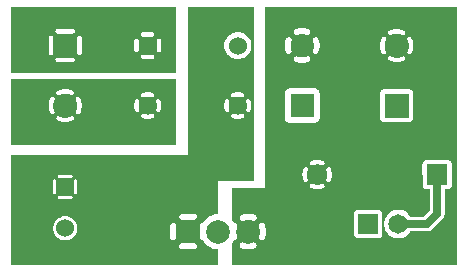
<source format=gbr>
G04 start of page 2 for group 0 idx 0 *
G04 Title: (unknown), component *
G04 Creator: pcb 20140316 *
G04 CreationDate: Fri 22 Jan 2016 05:15:40 PM GMT UTC *
G04 For: ndholmes *
G04 Format: Gerber/RS-274X *
G04 PCB-Dimensions (mil): 1550.00 900.00 *
G04 PCB-Coordinate-Origin: lower left *
%MOIN*%
%FSLAX25Y25*%
%LNTOP*%
%ADD24C,0.0430*%
%ADD23C,0.0450*%
%ADD22C,0.0380*%
%ADD21C,0.0480*%
%ADD20C,0.0300*%
%ADD19C,0.0280*%
%ADD18C,0.0650*%
%ADD17C,0.0787*%
%ADD16C,0.0680*%
%ADD15C,0.0800*%
%ADD14C,0.0770*%
%ADD13C,0.0600*%
%ADD12C,0.0250*%
%ADD11C,0.0001*%
G54D11*G36*
X52613Y64000D02*X58500D01*
Y42000D01*
X52613D01*
Y52853D01*
X52656Y52860D01*
X52768Y52897D01*
X52873Y52952D01*
X52968Y53022D01*
X53051Y53106D01*
X53119Y53202D01*
X53170Y53308D01*
X53318Y53716D01*
X53422Y54137D01*
X53484Y54567D01*
X53505Y55000D01*
X53484Y55433D01*
X53422Y55863D01*
X53318Y56284D01*
X53175Y56694D01*
X53122Y56800D01*
X53053Y56896D01*
X52970Y56981D01*
X52875Y57051D01*
X52769Y57106D01*
X52657Y57143D01*
X52613Y57151D01*
Y64000D01*
G37*
G36*
X49002D02*X52613D01*
Y57151D01*
X52540Y57163D01*
X52421Y57164D01*
X52304Y57146D01*
X52191Y57110D01*
X52085Y57057D01*
X51988Y56988D01*
X51904Y56905D01*
X51833Y56809D01*
X51779Y56704D01*
X51741Y56592D01*
X51722Y56475D01*
X51721Y56356D01*
X51739Y56239D01*
X51777Y56126D01*
X51876Y55855D01*
X51944Y55575D01*
X51986Y55289D01*
X52000Y55000D01*
X51986Y54711D01*
X51944Y54425D01*
X51876Y54145D01*
X51780Y53872D01*
X51742Y53761D01*
X51725Y53644D01*
X51725Y53526D01*
X51745Y53409D01*
X51782Y53297D01*
X51836Y53193D01*
X51906Y53098D01*
X51991Y53015D01*
X52087Y52946D01*
X52192Y52893D01*
X52305Y52857D01*
X52421Y52840D01*
X52539Y52841D01*
X52613Y52853D01*
Y42000D01*
X49002D01*
Y50495D01*
X49433Y50516D01*
X49863Y50578D01*
X50284Y50682D01*
X50694Y50825D01*
X50800Y50878D01*
X50896Y50947D01*
X50981Y51030D01*
X51051Y51125D01*
X51106Y51231D01*
X51143Y51343D01*
X51163Y51460D01*
X51164Y51579D01*
X51146Y51696D01*
X51110Y51809D01*
X51057Y51915D01*
X50988Y52012D01*
X50905Y52096D01*
X50809Y52167D01*
X50704Y52221D01*
X50592Y52259D01*
X50475Y52278D01*
X50356Y52279D01*
X50239Y52261D01*
X50126Y52223D01*
X49855Y52124D01*
X49575Y52056D01*
X49289Y52014D01*
X49002Y52000D01*
Y58000D01*
X49289Y57986D01*
X49575Y57944D01*
X49855Y57876D01*
X50128Y57780D01*
X50239Y57742D01*
X50356Y57725D01*
X50474Y57725D01*
X50591Y57745D01*
X50703Y57782D01*
X50807Y57836D01*
X50902Y57906D01*
X50985Y57991D01*
X51054Y58087D01*
X51107Y58192D01*
X51143Y58305D01*
X51160Y58421D01*
X51159Y58539D01*
X51140Y58656D01*
X51103Y58768D01*
X51048Y58873D01*
X50978Y58968D01*
X50894Y59051D01*
X50798Y59119D01*
X50692Y59170D01*
X50284Y59318D01*
X49863Y59422D01*
X49433Y59484D01*
X49002Y59505D01*
Y64000D01*
G37*
G36*
X45387D02*X49002D01*
Y59505D01*
X49000Y59505D01*
X48567Y59484D01*
X48137Y59422D01*
X47716Y59318D01*
X47306Y59175D01*
X47200Y59122D01*
X47104Y59053D01*
X47019Y58970D01*
X46949Y58875D01*
X46894Y58769D01*
X46857Y58657D01*
X46837Y58540D01*
X46836Y58421D01*
X46854Y58304D01*
X46890Y58191D01*
X46943Y58085D01*
X47012Y57988D01*
X47095Y57904D01*
X47191Y57833D01*
X47296Y57779D01*
X47408Y57741D01*
X47525Y57722D01*
X47644Y57721D01*
X47761Y57739D01*
X47874Y57777D01*
X48145Y57876D01*
X48425Y57944D01*
X48711Y57986D01*
X49000Y58000D01*
X49002Y58000D01*
Y52000D01*
X49000Y52000D01*
X48711Y52014D01*
X48425Y52056D01*
X48145Y52124D01*
X47872Y52220D01*
X47761Y52258D01*
X47644Y52275D01*
X47526Y52275D01*
X47409Y52255D01*
X47297Y52218D01*
X47193Y52164D01*
X47098Y52094D01*
X47015Y52009D01*
X46946Y51913D01*
X46893Y51808D01*
X46857Y51695D01*
X46840Y51579D01*
X46841Y51461D01*
X46860Y51344D01*
X46897Y51232D01*
X46952Y51127D01*
X47022Y51032D01*
X47106Y50949D01*
X47202Y50881D01*
X47308Y50830D01*
X47716Y50682D01*
X48137Y50578D01*
X48567Y50516D01*
X49000Y50495D01*
X49002Y50495D01*
Y42000D01*
X45387D01*
Y52849D01*
X45460Y52837D01*
X45579Y52836D01*
X45696Y52854D01*
X45809Y52890D01*
X45915Y52943D01*
X46012Y53012D01*
X46096Y53095D01*
X46167Y53191D01*
X46221Y53296D01*
X46259Y53408D01*
X46278Y53525D01*
X46279Y53644D01*
X46261Y53761D01*
X46223Y53874D01*
X46124Y54145D01*
X46056Y54425D01*
X46014Y54711D01*
X46000Y55000D01*
X46014Y55289D01*
X46056Y55575D01*
X46124Y55855D01*
X46220Y56128D01*
X46258Y56239D01*
X46275Y56356D01*
X46275Y56474D01*
X46255Y56591D01*
X46218Y56703D01*
X46164Y56807D01*
X46094Y56902D01*
X46009Y56985D01*
X45913Y57054D01*
X45808Y57107D01*
X45695Y57143D01*
X45579Y57160D01*
X45461Y57159D01*
X45387Y57147D01*
Y64000D01*
G37*
G36*
X25993D02*X45387D01*
Y57147D01*
X45344Y57140D01*
X45232Y57103D01*
X45127Y57048D01*
X45032Y56978D01*
X44949Y56894D01*
X44881Y56798D01*
X44830Y56692D01*
X44682Y56284D01*
X44578Y55863D01*
X44516Y55433D01*
X44495Y55000D01*
X44516Y54567D01*
X44578Y54137D01*
X44682Y53716D01*
X44825Y53306D01*
X44878Y53200D01*
X44947Y53104D01*
X45030Y53019D01*
X45125Y52949D01*
X45231Y52894D01*
X45343Y52857D01*
X45387Y52849D01*
Y42000D01*
X25993D01*
Y52145D01*
X26078Y52181D01*
X26179Y52243D01*
X26269Y52319D01*
X26345Y52409D01*
X26405Y52511D01*
X26622Y52980D01*
X26789Y53469D01*
X26909Y53972D01*
X26982Y54484D01*
X27006Y55000D01*
X26982Y55516D01*
X26909Y56028D01*
X26789Y56531D01*
X26622Y57020D01*
X26410Y57492D01*
X26349Y57593D01*
X26272Y57684D01*
X26182Y57761D01*
X26080Y57823D01*
X25993Y57860D01*
Y64000D01*
G37*
G36*
X21502D02*X25993D01*
Y57860D01*
X25971Y57869D01*
X25855Y57897D01*
X25737Y57906D01*
X25619Y57897D01*
X25503Y57870D01*
X25393Y57824D01*
X25292Y57762D01*
X25202Y57686D01*
X25124Y57595D01*
X25062Y57494D01*
X25016Y57385D01*
X24989Y57269D01*
X24979Y57151D01*
X24988Y57032D01*
X25016Y56917D01*
X25063Y56808D01*
X25221Y56468D01*
X25342Y56112D01*
X25430Y55747D01*
X25482Y55375D01*
X25500Y55000D01*
X25482Y54625D01*
X25430Y54253D01*
X25342Y53888D01*
X25221Y53532D01*
X25067Y53190D01*
X25020Y53082D01*
X24993Y52967D01*
X24983Y52849D01*
X24993Y52732D01*
X25021Y52617D01*
X25066Y52508D01*
X25128Y52407D01*
X25205Y52318D01*
X25295Y52241D01*
X25395Y52180D01*
X25504Y52135D01*
X25619Y52107D01*
X25737Y52098D01*
X25855Y52108D01*
X25969Y52135D01*
X25993Y52145D01*
Y42000D01*
X21502D01*
Y49494D01*
X22016Y49518D01*
X22528Y49591D01*
X23031Y49711D01*
X23520Y49878D01*
X23992Y50090D01*
X24093Y50151D01*
X24184Y50228D01*
X24261Y50318D01*
X24323Y50420D01*
X24369Y50529D01*
X24397Y50645D01*
X24406Y50763D01*
X24397Y50881D01*
X24370Y50997D01*
X24324Y51107D01*
X24262Y51208D01*
X24186Y51298D01*
X24095Y51376D01*
X23994Y51438D01*
X23885Y51484D01*
X23769Y51511D01*
X23651Y51521D01*
X23532Y51512D01*
X23417Y51484D01*
X23308Y51437D01*
X22968Y51279D01*
X22612Y51158D01*
X22247Y51070D01*
X21875Y51018D01*
X21502Y51000D01*
Y59000D01*
X21875Y58982D01*
X22247Y58930D01*
X22612Y58842D01*
X22968Y58721D01*
X23310Y58567D01*
X23418Y58520D01*
X23533Y58493D01*
X23651Y58483D01*
X23768Y58493D01*
X23883Y58521D01*
X23992Y58566D01*
X24093Y58628D01*
X24182Y58705D01*
X24259Y58795D01*
X24320Y58895D01*
X24365Y59004D01*
X24393Y59119D01*
X24402Y59237D01*
X24392Y59355D01*
X24365Y59469D01*
X24319Y59578D01*
X24257Y59679D01*
X24181Y59769D01*
X24091Y59845D01*
X23989Y59905D01*
X23520Y60122D01*
X23031Y60289D01*
X22528Y60409D01*
X22016Y60482D01*
X21502Y60506D01*
Y64000D01*
G37*
G36*
X17007D02*X21502D01*
Y60506D01*
X21500Y60506D01*
X20984Y60482D01*
X20472Y60409D01*
X19969Y60289D01*
X19480Y60122D01*
X19008Y59910D01*
X18907Y59849D01*
X18816Y59772D01*
X18739Y59682D01*
X18677Y59580D01*
X18631Y59471D01*
X18603Y59355D01*
X18594Y59237D01*
X18603Y59119D01*
X18630Y59003D01*
X18676Y58893D01*
X18738Y58792D01*
X18814Y58702D01*
X18905Y58624D01*
X19006Y58562D01*
X19115Y58516D01*
X19231Y58489D01*
X19349Y58479D01*
X19468Y58488D01*
X19583Y58516D01*
X19692Y58563D01*
X20032Y58721D01*
X20388Y58842D01*
X20753Y58930D01*
X21125Y58982D01*
X21500Y59000D01*
X21502Y59000D01*
Y51000D01*
X21500Y51000D01*
X21125Y51018D01*
X20753Y51070D01*
X20388Y51158D01*
X20032Y51279D01*
X19690Y51433D01*
X19582Y51480D01*
X19467Y51507D01*
X19349Y51517D01*
X19232Y51507D01*
X19117Y51479D01*
X19008Y51434D01*
X18907Y51372D01*
X18818Y51295D01*
X18741Y51205D01*
X18680Y51105D01*
X18635Y50996D01*
X18607Y50881D01*
X18598Y50763D01*
X18608Y50645D01*
X18635Y50531D01*
X18681Y50422D01*
X18743Y50321D01*
X18819Y50231D01*
X18909Y50155D01*
X19011Y50095D01*
X19480Y49878D01*
X19969Y49711D01*
X20472Y49591D01*
X20984Y49518D01*
X21500Y49494D01*
X21502Y49494D01*
Y42000D01*
X17007D01*
Y52140D01*
X17029Y52131D01*
X17145Y52103D01*
X17263Y52094D01*
X17381Y52103D01*
X17497Y52130D01*
X17607Y52176D01*
X17708Y52238D01*
X17798Y52314D01*
X17876Y52405D01*
X17938Y52506D01*
X17984Y52615D01*
X18011Y52731D01*
X18021Y52849D01*
X18012Y52968D01*
X17984Y53083D01*
X17937Y53192D01*
X17779Y53532D01*
X17658Y53888D01*
X17570Y54253D01*
X17518Y54625D01*
X17500Y55000D01*
X17518Y55375D01*
X17570Y55747D01*
X17658Y56112D01*
X17779Y56468D01*
X17933Y56810D01*
X17980Y56918D01*
X18007Y57033D01*
X18017Y57151D01*
X18007Y57268D01*
X17979Y57383D01*
X17934Y57492D01*
X17872Y57593D01*
X17795Y57682D01*
X17705Y57759D01*
X17605Y57820D01*
X17496Y57865D01*
X17381Y57893D01*
X17263Y57902D01*
X17145Y57892D01*
X17031Y57865D01*
X17007Y57855D01*
Y64000D01*
G37*
G36*
X3500D02*X17007D01*
Y57855D01*
X16922Y57819D01*
X16821Y57757D01*
X16731Y57681D01*
X16655Y57591D01*
X16595Y57489D01*
X16378Y57020D01*
X16211Y56531D01*
X16091Y56028D01*
X16018Y55516D01*
X15994Y55000D01*
X16018Y54484D01*
X16091Y53972D01*
X16211Y53469D01*
X16378Y52980D01*
X16590Y52508D01*
X16651Y52407D01*
X16728Y52316D01*
X16818Y52239D01*
X16920Y52177D01*
X17007Y52140D01*
Y42000D01*
X3500D01*
Y64000D01*
G37*
G36*
X52750Y88000D02*X58500D01*
Y66000D01*
X52750D01*
Y72748D01*
X52868Y72757D01*
X52982Y72785D01*
X53092Y72830D01*
X53192Y72891D01*
X53282Y72968D01*
X53359Y73058D01*
X53420Y73158D01*
X53465Y73268D01*
X53493Y73382D01*
X53500Y73500D01*
Y76500D01*
X53493Y76618D01*
X53465Y76732D01*
X53420Y76842D01*
X53359Y76942D01*
X53282Y77032D01*
X53192Y77109D01*
X53092Y77170D01*
X52982Y77215D01*
X52868Y77243D01*
X52750Y77252D01*
Y88000D01*
G37*
G36*
X49000D02*X52750D01*
Y77252D01*
X52632Y77243D01*
X52518Y77215D01*
X52408Y77170D01*
X52308Y77109D01*
X52218Y77032D01*
X52141Y76942D01*
X52080Y76842D01*
X52035Y76732D01*
X52007Y76618D01*
X52000Y76500D01*
Y73500D01*
X52007Y73382D01*
X52035Y73268D01*
X52080Y73158D01*
X52141Y73058D01*
X52218Y72968D01*
X52308Y72891D01*
X52408Y72830D01*
X52518Y72785D01*
X52632Y72757D01*
X52750Y72748D01*
Y66000D01*
X49000D01*
Y70500D01*
X50500D01*
X50618Y70507D01*
X50732Y70535D01*
X50842Y70580D01*
X50942Y70641D01*
X51032Y70718D01*
X51109Y70808D01*
X51170Y70908D01*
X51215Y71018D01*
X51243Y71132D01*
X51252Y71250D01*
X51243Y71368D01*
X51215Y71482D01*
X51170Y71592D01*
X51109Y71692D01*
X51032Y71782D01*
X50942Y71859D01*
X50842Y71920D01*
X50732Y71965D01*
X50618Y71993D01*
X50500Y72000D01*
X49000D01*
Y78000D01*
X50500D01*
X50618Y78007D01*
X50732Y78035D01*
X50842Y78080D01*
X50942Y78141D01*
X51032Y78218D01*
X51109Y78308D01*
X51170Y78408D01*
X51215Y78518D01*
X51243Y78632D01*
X51252Y78750D01*
X51243Y78868D01*
X51215Y78982D01*
X51170Y79092D01*
X51109Y79192D01*
X51032Y79282D01*
X50942Y79359D01*
X50842Y79420D01*
X50732Y79465D01*
X50618Y79493D01*
X50500Y79500D01*
X49000D01*
Y88000D01*
G37*
G36*
X45250D02*X49000D01*
Y79500D01*
X47500D01*
X47382Y79493D01*
X47268Y79465D01*
X47158Y79420D01*
X47058Y79359D01*
X46968Y79282D01*
X46891Y79192D01*
X46830Y79092D01*
X46785Y78982D01*
X46757Y78868D01*
X46748Y78750D01*
X46757Y78632D01*
X46785Y78518D01*
X46830Y78408D01*
X46891Y78308D01*
X46968Y78218D01*
X47058Y78141D01*
X47158Y78080D01*
X47268Y78035D01*
X47382Y78007D01*
X47500Y78000D01*
X49000D01*
Y72000D01*
X47500D01*
X47382Y71993D01*
X47268Y71965D01*
X47158Y71920D01*
X47058Y71859D01*
X46968Y71782D01*
X46891Y71692D01*
X46830Y71592D01*
X46785Y71482D01*
X46757Y71368D01*
X46748Y71250D01*
X46757Y71132D01*
X46785Y71018D01*
X46830Y70908D01*
X46891Y70808D01*
X46968Y70718D01*
X47058Y70641D01*
X47158Y70580D01*
X47268Y70535D01*
X47382Y70507D01*
X47500Y70500D01*
X49000D01*
Y66000D01*
X45250D01*
Y72748D01*
X45368Y72757D01*
X45482Y72785D01*
X45592Y72830D01*
X45692Y72891D01*
X45782Y72968D01*
X45859Y73058D01*
X45920Y73158D01*
X45965Y73268D01*
X45993Y73382D01*
X46000Y73500D01*
Y76500D01*
X45993Y76618D01*
X45965Y76732D01*
X45920Y76842D01*
X45859Y76942D01*
X45782Y77032D01*
X45692Y77109D01*
X45592Y77170D01*
X45482Y77215D01*
X45368Y77243D01*
X45250Y77252D01*
Y88000D01*
G37*
G36*
X26250D02*X45250D01*
Y77252D01*
X45132Y77243D01*
X45018Y77215D01*
X44908Y77170D01*
X44808Y77109D01*
X44718Y77032D01*
X44641Y76942D01*
X44580Y76842D01*
X44535Y76732D01*
X44507Y76618D01*
X44500Y76500D01*
Y73500D01*
X44507Y73382D01*
X44535Y73268D01*
X44580Y73158D01*
X44641Y73058D01*
X44718Y72968D01*
X44808Y72891D01*
X44908Y72830D01*
X45018Y72785D01*
X45132Y72757D01*
X45250Y72748D01*
Y66000D01*
X26250D01*
Y71748D01*
X26368Y71757D01*
X26482Y71785D01*
X26592Y71830D01*
X26692Y71891D01*
X26782Y71968D01*
X26859Y72058D01*
X26920Y72158D01*
X26965Y72268D01*
X26993Y72382D01*
X27000Y72500D01*
Y77500D01*
X26993Y77618D01*
X26965Y77732D01*
X26920Y77842D01*
X26859Y77942D01*
X26782Y78032D01*
X26692Y78109D01*
X26592Y78170D01*
X26482Y78215D01*
X26368Y78243D01*
X26250Y78252D01*
Y88000D01*
G37*
G36*
X21500D02*X26250D01*
Y78252D01*
X26132Y78243D01*
X26018Y78215D01*
X25908Y78170D01*
X25808Y78109D01*
X25718Y78032D01*
X25641Y77942D01*
X25580Y77842D01*
X25535Y77732D01*
X25507Y77618D01*
X25500Y77500D01*
Y72500D01*
X25507Y72382D01*
X25535Y72268D01*
X25580Y72158D01*
X25641Y72058D01*
X25718Y71968D01*
X25808Y71891D01*
X25908Y71830D01*
X26018Y71785D01*
X26132Y71757D01*
X26250Y71748D01*
Y66000D01*
X21500D01*
Y69500D01*
X24000D01*
X24118Y69507D01*
X24232Y69535D01*
X24342Y69580D01*
X24442Y69641D01*
X24532Y69718D01*
X24609Y69808D01*
X24670Y69908D01*
X24715Y70018D01*
X24743Y70132D01*
X24752Y70250D01*
X24743Y70368D01*
X24715Y70482D01*
X24670Y70592D01*
X24609Y70692D01*
X24532Y70782D01*
X24442Y70859D01*
X24342Y70920D01*
X24232Y70965D01*
X24118Y70993D01*
X24000Y71000D01*
X21500D01*
Y79000D01*
X24000D01*
X24118Y79007D01*
X24232Y79035D01*
X24342Y79080D01*
X24442Y79141D01*
X24532Y79218D01*
X24609Y79308D01*
X24670Y79408D01*
X24715Y79518D01*
X24743Y79632D01*
X24752Y79750D01*
X24743Y79868D01*
X24715Y79982D01*
X24670Y80092D01*
X24609Y80192D01*
X24532Y80282D01*
X24442Y80359D01*
X24342Y80420D01*
X24232Y80465D01*
X24118Y80493D01*
X24000Y80500D01*
X21500D01*
Y88000D01*
G37*
G36*
X16750D02*X21500D01*
Y80500D01*
X19000D01*
X18882Y80493D01*
X18768Y80465D01*
X18658Y80420D01*
X18558Y80359D01*
X18468Y80282D01*
X18391Y80192D01*
X18330Y80092D01*
X18285Y79982D01*
X18257Y79868D01*
X18248Y79750D01*
X18257Y79632D01*
X18285Y79518D01*
X18330Y79408D01*
X18391Y79308D01*
X18468Y79218D01*
X18558Y79141D01*
X18658Y79080D01*
X18768Y79035D01*
X18882Y79007D01*
X19000Y79000D01*
X21500D01*
Y71000D01*
X19000D01*
X18882Y70993D01*
X18768Y70965D01*
X18658Y70920D01*
X18558Y70859D01*
X18468Y70782D01*
X18391Y70692D01*
X18330Y70592D01*
X18285Y70482D01*
X18257Y70368D01*
X18248Y70250D01*
X18257Y70132D01*
X18285Y70018D01*
X18330Y69908D01*
X18391Y69808D01*
X18468Y69718D01*
X18558Y69641D01*
X18658Y69580D01*
X18768Y69535D01*
X18882Y69507D01*
X19000Y69500D01*
X21500D01*
Y66000D01*
X16750D01*
Y71748D01*
X16868Y71757D01*
X16982Y71785D01*
X17092Y71830D01*
X17192Y71891D01*
X17282Y71968D01*
X17359Y72058D01*
X17420Y72158D01*
X17465Y72268D01*
X17493Y72382D01*
X17500Y72500D01*
Y77500D01*
X17493Y77618D01*
X17465Y77732D01*
X17420Y77842D01*
X17359Y77942D01*
X17282Y78032D01*
X17192Y78109D01*
X17092Y78170D01*
X16982Y78215D01*
X16868Y78243D01*
X16750Y78252D01*
Y88000D01*
G37*
G36*
X3500D02*X16750D01*
Y78252D01*
X16632Y78243D01*
X16518Y78215D01*
X16408Y78170D01*
X16308Y78109D01*
X16218Y78032D01*
X16141Y77942D01*
X16080Y77842D01*
X16035Y77732D01*
X16007Y77618D01*
X16000Y77500D01*
Y72500D01*
X16007Y72382D01*
X16035Y72268D01*
X16080Y72158D01*
X16141Y72058D01*
X16218Y71968D01*
X16308Y71891D01*
X16408Y71830D01*
X16518Y71785D01*
X16632Y71757D01*
X16750Y71748D01*
Y66000D01*
X3500D01*
Y88000D01*
G37*
G36*
X62500Y38500D02*X72500D01*
Y18955D01*
X71568Y18882D01*
X70660Y18664D01*
X69796Y18306D01*
X69000Y17818D01*
X68289Y17211D01*
X67682Y16500D01*
X67334Y15932D01*
X67280Y15928D01*
X67127Y15891D01*
X66982Y15831D01*
X66847Y15749D01*
X66728Y15646D01*
X66625Y15527D01*
X66543Y15392D01*
X66483Y15247D01*
X66446Y15094D01*
X66437Y14937D01*
Y11063D01*
X66446Y10906D01*
X66483Y10753D01*
X66543Y10608D01*
X66625Y10473D01*
X66728Y10354D01*
X66847Y10251D01*
X66982Y10169D01*
X67127Y10109D01*
X67280Y10072D01*
X67334Y10068D01*
X67682Y9500D01*
X68289Y8789D01*
X69000Y8182D01*
X69796Y7694D01*
X70660Y7336D01*
X71568Y7118D01*
X72500Y7045D01*
Y2000D01*
X62500D01*
Y7063D01*
X64437D01*
X64594Y7072D01*
X64747Y7109D01*
X64892Y7169D01*
X65027Y7251D01*
X65146Y7354D01*
X65249Y7473D01*
X65331Y7608D01*
X65391Y7753D01*
X65428Y7906D01*
X65440Y8063D01*
X65428Y8220D01*
X65391Y8373D01*
X65331Y8518D01*
X65249Y8653D01*
X65146Y8772D01*
X65027Y8875D01*
X64892Y8957D01*
X64747Y9017D01*
X64594Y9054D01*
X64437Y9063D01*
X62500D01*
Y16937D01*
X64437D01*
X64594Y16946D01*
X64747Y16983D01*
X64892Y17043D01*
X65027Y17125D01*
X65146Y17228D01*
X65249Y17347D01*
X65331Y17482D01*
X65391Y17627D01*
X65428Y17780D01*
X65440Y17937D01*
X65428Y18094D01*
X65391Y18247D01*
X65331Y18392D01*
X65249Y18527D01*
X65146Y18646D01*
X65027Y18749D01*
X64892Y18831D01*
X64747Y18891D01*
X64594Y18928D01*
X64437Y18937D01*
X62500D01*
Y38500D01*
G37*
G36*
X57563D02*X62500D01*
Y18937D01*
X60563D01*
X60406Y18928D01*
X60253Y18891D01*
X60108Y18831D01*
X59973Y18749D01*
X59854Y18646D01*
X59751Y18527D01*
X59669Y18392D01*
X59609Y18247D01*
X59572Y18094D01*
X59560Y17937D01*
X59572Y17780D01*
X59609Y17627D01*
X59669Y17482D01*
X59751Y17347D01*
X59854Y17228D01*
X59973Y17125D01*
X60108Y17043D01*
X60253Y16983D01*
X60406Y16946D01*
X60563Y16937D01*
X62500D01*
Y9063D01*
X60563D01*
X60406Y9054D01*
X60253Y9017D01*
X60108Y8957D01*
X59973Y8875D01*
X59854Y8772D01*
X59751Y8653D01*
X59669Y8518D01*
X59609Y8373D01*
X59572Y8220D01*
X59560Y8063D01*
X59572Y7906D01*
X59609Y7753D01*
X59669Y7608D01*
X59751Y7473D01*
X59854Y7354D01*
X59973Y7251D01*
X60108Y7169D01*
X60253Y7109D01*
X60406Y7072D01*
X60563Y7063D01*
X62500D01*
Y2000D01*
X57563D01*
Y10060D01*
X57720Y10072D01*
X57873Y10109D01*
X58018Y10169D01*
X58153Y10251D01*
X58272Y10354D01*
X58375Y10473D01*
X58457Y10608D01*
X58517Y10753D01*
X58554Y10906D01*
X58563Y11063D01*
Y14937D01*
X58554Y15094D01*
X58517Y15247D01*
X58457Y15392D01*
X58375Y15527D01*
X58272Y15646D01*
X58153Y15749D01*
X58018Y15831D01*
X57873Y15891D01*
X57720Y15928D01*
X57563Y15940D01*
Y38500D01*
G37*
G36*
X25000D02*X57563D01*
Y15940D01*
X57406Y15928D01*
X57253Y15891D01*
X57108Y15831D01*
X56973Y15749D01*
X56854Y15646D01*
X56751Y15527D01*
X56669Y15392D01*
X56609Y15247D01*
X56572Y15094D01*
X56563Y14937D01*
Y11063D01*
X56572Y10906D01*
X56609Y10753D01*
X56669Y10608D01*
X56751Y10473D01*
X56854Y10354D01*
X56973Y10251D01*
X57108Y10169D01*
X57253Y10109D01*
X57406Y10072D01*
X57563Y10060D01*
Y2000D01*
X25000D01*
Y12156D01*
X25075Y12278D01*
X25316Y12860D01*
X25463Y13472D01*
X25500Y14100D01*
X25463Y14728D01*
X25316Y15340D01*
X25075Y15922D01*
X25000Y16044D01*
Y25398D01*
X25078Y25405D01*
X25155Y25423D01*
X25228Y25453D01*
X25295Y25494D01*
X25355Y25545D01*
X25406Y25605D01*
X25447Y25672D01*
X25477Y25745D01*
X25495Y25822D01*
X25500Y25900D01*
Y29900D01*
X25495Y29978D01*
X25477Y30055D01*
X25447Y30128D01*
X25406Y30195D01*
X25355Y30255D01*
X25295Y30306D01*
X25228Y30347D01*
X25155Y30377D01*
X25078Y30395D01*
X25000Y30402D01*
Y38500D01*
G37*
G36*
Y2000D02*X21500D01*
Y10088D01*
X22128Y10137D01*
X22740Y10284D01*
X23322Y10525D01*
X23858Y10854D01*
X24337Y11263D01*
X24746Y11742D01*
X25000Y12156D01*
Y2000D01*
G37*
G36*
X21500Y38500D02*X25000D01*
Y30402D01*
X24922Y30395D01*
X24845Y30377D01*
X24772Y30347D01*
X24705Y30306D01*
X24645Y30255D01*
X24594Y30195D01*
X24553Y30128D01*
X24523Y30055D01*
X24505Y29978D01*
X24500Y29900D01*
Y25900D01*
X24505Y25822D01*
X24523Y25745D01*
X24553Y25672D01*
X24594Y25605D01*
X24645Y25545D01*
X24705Y25494D01*
X24772Y25453D01*
X24845Y25423D01*
X24922Y25405D01*
X25000Y25398D01*
Y16044D01*
X24746Y16458D01*
X24337Y16937D01*
X23858Y17346D01*
X23322Y17675D01*
X22740Y17916D01*
X22128Y18063D01*
X21500Y18112D01*
Y23900D01*
X23500D01*
X23578Y23905D01*
X23655Y23923D01*
X23728Y23953D01*
X23795Y23994D01*
X23855Y24045D01*
X23906Y24105D01*
X23947Y24172D01*
X23977Y24245D01*
X23995Y24322D01*
X24002Y24400D01*
X23995Y24478D01*
X23977Y24555D01*
X23947Y24628D01*
X23906Y24695D01*
X23855Y24755D01*
X23795Y24806D01*
X23728Y24847D01*
X23655Y24877D01*
X23578Y24895D01*
X23500Y24900D01*
X21500D01*
Y30900D01*
X23500D01*
X23578Y30905D01*
X23655Y30923D01*
X23728Y30953D01*
X23795Y30994D01*
X23855Y31045D01*
X23906Y31105D01*
X23947Y31172D01*
X23977Y31245D01*
X23995Y31322D01*
X24002Y31400D01*
X23995Y31478D01*
X23977Y31555D01*
X23947Y31628D01*
X23906Y31695D01*
X23855Y31755D01*
X23795Y31806D01*
X23728Y31847D01*
X23655Y31877D01*
X23578Y31895D01*
X23500Y31900D01*
X21500D01*
Y38500D01*
G37*
G36*
X18000Y12156D02*X18254Y11742D01*
X18663Y11263D01*
X19142Y10854D01*
X19678Y10525D01*
X20260Y10284D01*
X20872Y10137D01*
X21500Y10088D01*
X21500D01*
Y2000D01*
X18000D01*
Y12156D01*
G37*
G36*
Y38500D02*X21500D01*
Y31900D01*
X19500D01*
X19422Y31895D01*
X19345Y31877D01*
X19272Y31847D01*
X19205Y31806D01*
X19145Y31755D01*
X19094Y31695D01*
X19053Y31628D01*
X19023Y31555D01*
X19005Y31478D01*
X18998Y31400D01*
X19005Y31322D01*
X19023Y31245D01*
X19053Y31172D01*
X19094Y31105D01*
X19145Y31045D01*
X19205Y30994D01*
X19272Y30953D01*
X19345Y30923D01*
X19422Y30905D01*
X19500Y30900D01*
X21500D01*
Y24900D01*
X19500D01*
X19422Y24895D01*
X19345Y24877D01*
X19272Y24847D01*
X19205Y24806D01*
X19145Y24755D01*
X19094Y24695D01*
X19053Y24628D01*
X19023Y24555D01*
X19005Y24478D01*
X18998Y24400D01*
X19005Y24322D01*
X19023Y24245D01*
X19053Y24172D01*
X19094Y24105D01*
X19145Y24045D01*
X19205Y23994D01*
X19272Y23953D01*
X19345Y23923D01*
X19422Y23905D01*
X19500Y23900D01*
X21500D01*
Y18112D01*
X21500D01*
X20872Y18063D01*
X20260Y17916D01*
X19678Y17675D01*
X19142Y17346D01*
X18663Y16937D01*
X18254Y16458D01*
X18000Y16044D01*
Y25398D01*
X18078Y25405D01*
X18155Y25423D01*
X18228Y25453D01*
X18295Y25494D01*
X18355Y25545D01*
X18406Y25605D01*
X18447Y25672D01*
X18477Y25745D01*
X18495Y25822D01*
X18500Y25900D01*
Y29900D01*
X18495Y29978D01*
X18477Y30055D01*
X18447Y30128D01*
X18406Y30195D01*
X18355Y30255D01*
X18295Y30306D01*
X18228Y30347D01*
X18155Y30377D01*
X18078Y30395D01*
X18000Y30402D01*
Y38500D01*
G37*
G36*
X3500D02*X18000D01*
Y30402D01*
X17922Y30395D01*
X17845Y30377D01*
X17772Y30347D01*
X17705Y30306D01*
X17645Y30255D01*
X17594Y30195D01*
X17553Y30128D01*
X17523Y30055D01*
X17505Y29978D01*
X17500Y29900D01*
Y25900D01*
X17505Y25822D01*
X17523Y25745D01*
X17553Y25672D01*
X17594Y25605D01*
X17645Y25545D01*
X17705Y25494D01*
X17772Y25453D01*
X17845Y25423D01*
X17922Y25405D01*
X18000Y25398D01*
Y16044D01*
X17925Y15922D01*
X17684Y15340D01*
X17537Y14728D01*
X17488Y14100D01*
X17537Y13472D01*
X17684Y12860D01*
X17925Y12278D01*
X18000Y12156D01*
Y2000D01*
X3500D01*
Y38500D01*
G37*
G36*
X82613Y88000D02*X84500D01*
Y30000D01*
X82613D01*
Y52853D01*
X82656Y52860D01*
X82768Y52897D01*
X82873Y52952D01*
X82968Y53022D01*
X83051Y53106D01*
X83119Y53202D01*
X83170Y53308D01*
X83318Y53716D01*
X83422Y54137D01*
X83484Y54567D01*
X83505Y55000D01*
X83484Y55433D01*
X83422Y55863D01*
X83318Y56284D01*
X83175Y56694D01*
X83122Y56800D01*
X83053Y56896D01*
X82970Y56981D01*
X82875Y57051D01*
X82769Y57106D01*
X82657Y57143D01*
X82613Y57151D01*
Y72302D01*
X82652Y72347D01*
X83022Y72951D01*
X83293Y73605D01*
X83458Y74294D01*
X83500Y75000D01*
X83458Y75706D01*
X83293Y76395D01*
X83022Y77049D01*
X82652Y77653D01*
X82613Y77698D01*
Y88000D01*
G37*
G36*
Y30000D02*X79002D01*
Y50495D01*
X79433Y50516D01*
X79863Y50578D01*
X80284Y50682D01*
X80694Y50825D01*
X80800Y50878D01*
X80896Y50947D01*
X80981Y51030D01*
X81051Y51125D01*
X81106Y51231D01*
X81143Y51343D01*
X81163Y51460D01*
X81164Y51579D01*
X81146Y51696D01*
X81110Y51809D01*
X81057Y51915D01*
X80988Y52012D01*
X80905Y52096D01*
X80809Y52167D01*
X80704Y52221D01*
X80592Y52259D01*
X80475Y52278D01*
X80356Y52279D01*
X80239Y52261D01*
X80126Y52223D01*
X79855Y52124D01*
X79575Y52056D01*
X79289Y52014D01*
X79002Y52000D01*
Y58000D01*
X79289Y57986D01*
X79575Y57944D01*
X79855Y57876D01*
X80128Y57780D01*
X80239Y57742D01*
X80356Y57725D01*
X80474Y57725D01*
X80591Y57745D01*
X80703Y57782D01*
X80807Y57836D01*
X80902Y57906D01*
X80985Y57991D01*
X81054Y58087D01*
X81107Y58192D01*
X81143Y58305D01*
X81160Y58421D01*
X81159Y58539D01*
X81140Y58656D01*
X81103Y58768D01*
X81048Y58873D01*
X80978Y58968D01*
X80894Y59051D01*
X80798Y59119D01*
X80692Y59170D01*
X80284Y59318D01*
X79863Y59422D01*
X79433Y59484D01*
X79002Y59505D01*
Y70486D01*
X79706Y70542D01*
X80395Y70707D01*
X81049Y70978D01*
X81653Y71348D01*
X82192Y71808D01*
X82613Y72302D01*
Y57151D01*
X82540Y57163D01*
X82421Y57164D01*
X82304Y57146D01*
X82191Y57110D01*
X82085Y57057D01*
X81988Y56988D01*
X81904Y56905D01*
X81833Y56809D01*
X81779Y56704D01*
X81741Y56592D01*
X81722Y56475D01*
X81721Y56356D01*
X81739Y56239D01*
X81777Y56126D01*
X81876Y55855D01*
X81944Y55575D01*
X81986Y55289D01*
X82000Y55000D01*
X81986Y54711D01*
X81944Y54425D01*
X81876Y54145D01*
X81780Y53872D01*
X81742Y53761D01*
X81725Y53644D01*
X81725Y53526D01*
X81745Y53409D01*
X81782Y53297D01*
X81836Y53193D01*
X81906Y53098D01*
X81991Y53015D01*
X82087Y52946D01*
X82192Y52893D01*
X82305Y52857D01*
X82421Y52840D01*
X82539Y52841D01*
X82613Y52853D01*
Y30000D01*
G37*
G36*
X79002Y88000D02*X82613D01*
Y77698D01*
X82192Y78192D01*
X81653Y78652D01*
X81049Y79022D01*
X80395Y79293D01*
X79706Y79458D01*
X79002Y79514D01*
Y88000D01*
G37*
G36*
X75387Y72302D02*X75808Y71808D01*
X76347Y71348D01*
X76951Y70978D01*
X77605Y70707D01*
X78294Y70542D01*
X79000Y70486D01*
X79002Y70486D01*
Y59505D01*
X79000Y59505D01*
X78567Y59484D01*
X78137Y59422D01*
X77716Y59318D01*
X77306Y59175D01*
X77200Y59122D01*
X77104Y59053D01*
X77019Y58970D01*
X76949Y58875D01*
X76894Y58769D01*
X76857Y58657D01*
X76837Y58540D01*
X76836Y58421D01*
X76854Y58304D01*
X76890Y58191D01*
X76943Y58085D01*
X77012Y57988D01*
X77095Y57904D01*
X77191Y57833D01*
X77296Y57779D01*
X77408Y57741D01*
X77525Y57722D01*
X77644Y57721D01*
X77761Y57739D01*
X77874Y57777D01*
X78145Y57876D01*
X78425Y57944D01*
X78711Y57986D01*
X79000Y58000D01*
X79002Y58000D01*
Y52000D01*
X79000Y52000D01*
X78711Y52014D01*
X78425Y52056D01*
X78145Y52124D01*
X77872Y52220D01*
X77761Y52258D01*
X77644Y52275D01*
X77526Y52275D01*
X77409Y52255D01*
X77297Y52218D01*
X77193Y52164D01*
X77098Y52094D01*
X77015Y52009D01*
X76946Y51913D01*
X76893Y51808D01*
X76857Y51695D01*
X76840Y51579D01*
X76841Y51461D01*
X76860Y51344D01*
X76897Y51232D01*
X76952Y51127D01*
X77022Y51032D01*
X77106Y50949D01*
X77202Y50881D01*
X77308Y50830D01*
X77716Y50682D01*
X78137Y50578D01*
X78567Y50516D01*
X79000Y50495D01*
X79002Y50495D01*
Y30000D01*
X75387D01*
Y52849D01*
X75460Y52837D01*
X75579Y52836D01*
X75696Y52854D01*
X75809Y52890D01*
X75915Y52943D01*
X76012Y53012D01*
X76096Y53095D01*
X76167Y53191D01*
X76221Y53296D01*
X76259Y53408D01*
X76278Y53525D01*
X76279Y53644D01*
X76261Y53761D01*
X76223Y53874D01*
X76124Y54145D01*
X76056Y54425D01*
X76014Y54711D01*
X76000Y55000D01*
X76014Y55289D01*
X76056Y55575D01*
X76124Y55855D01*
X76220Y56128D01*
X76258Y56239D01*
X76275Y56356D01*
X76275Y56474D01*
X76255Y56591D01*
X76218Y56703D01*
X76164Y56807D01*
X76094Y56902D01*
X76009Y56985D01*
X75913Y57054D01*
X75808Y57107D01*
X75695Y57143D01*
X75579Y57160D01*
X75461Y57159D01*
X75387Y57147D01*
Y72302D01*
G37*
G36*
Y88000D02*X79002D01*
Y79514D01*
X79000Y79514D01*
X78294Y79458D01*
X77605Y79293D01*
X76951Y79022D01*
X76347Y78652D01*
X75808Y78192D01*
X75387Y77698D01*
Y88000D01*
G37*
G36*
X62500D02*X75387D01*
Y77698D01*
X75348Y77653D01*
X74978Y77049D01*
X74707Y76395D01*
X74542Y75706D01*
X74486Y75000D01*
X74542Y74294D01*
X74707Y73605D01*
X74978Y72951D01*
X75348Y72347D01*
X75387Y72302D01*
Y57147D01*
X75344Y57140D01*
X75232Y57103D01*
X75127Y57048D01*
X75032Y56978D01*
X74949Y56894D01*
X74881Y56798D01*
X74830Y56692D01*
X74682Y56284D01*
X74578Y55863D01*
X74516Y55433D01*
X74495Y55000D01*
X74516Y54567D01*
X74578Y54137D01*
X74682Y53716D01*
X74825Y53306D01*
X74878Y53200D01*
X74947Y53104D01*
X75030Y53019D01*
X75125Y52949D01*
X75231Y52894D01*
X75343Y52857D01*
X75387Y52849D01*
Y30000D01*
X62500D01*
Y88000D01*
G37*
G36*
X122500Y27500D02*X141078D01*
X141216Y27383D01*
X141417Y27259D01*
X141635Y27169D01*
X141865Y27114D01*
X142100Y27100D01*
X143050Y27102D01*
Y20015D01*
X140985Y17950D01*
X136570D01*
X136355Y18301D01*
X135869Y18869D01*
X135301Y19355D01*
X134663Y19745D01*
X133972Y20031D01*
X133245Y20206D01*
X132500Y20265D01*
X131755Y20206D01*
X131028Y20031D01*
X130337Y19745D01*
X129699Y19355D01*
X129131Y18869D01*
X128645Y18301D01*
X128255Y17663D01*
X127969Y16972D01*
X127794Y16245D01*
X127735Y15500D01*
X127794Y14755D01*
X127969Y14028D01*
X128255Y13337D01*
X128645Y12699D01*
X129131Y12131D01*
X129699Y11645D01*
X130337Y11255D01*
X131028Y10969D01*
X131755Y10794D01*
X132500Y10735D01*
X133245Y10794D01*
X133972Y10969D01*
X134663Y11255D01*
X135301Y11645D01*
X135869Y12131D01*
X136355Y12699D01*
X136570Y13050D01*
X141904D01*
X142000Y13042D01*
X142384Y13073D01*
X142384Y13073D01*
X142759Y13163D01*
X143116Y13310D01*
X143445Y13512D01*
X143738Y13762D01*
X143800Y13836D01*
X147165Y17200D01*
X147238Y17262D01*
X147488Y17555D01*
X147488Y17555D01*
X147690Y17884D01*
X147837Y18241D01*
X147927Y18616D01*
X147958Y19000D01*
X147950Y19096D01*
Y27112D01*
X149135Y27114D01*
X149365Y27169D01*
X149583Y27259D01*
X149784Y27383D01*
X149922Y27500D01*
X152000D01*
Y2000D01*
X122500D01*
Y10757D01*
X125985Y10764D01*
X126215Y10819D01*
X126433Y10909D01*
X126634Y11033D01*
X126814Y11186D01*
X126967Y11366D01*
X127091Y11567D01*
X127181Y11785D01*
X127236Y12015D01*
X127250Y12250D01*
X127236Y18985D01*
X127181Y19215D01*
X127091Y19433D01*
X126967Y19634D01*
X126814Y19814D01*
X126634Y19967D01*
X126433Y20091D01*
X126215Y20181D01*
X125985Y20236D01*
X125750Y20250D01*
X122500Y20243D01*
Y27500D01*
G37*
G36*
X87261D02*X103567D01*
X103912Y27359D01*
X104355Y27230D01*
X104809Y27143D01*
X105269Y27100D01*
X105731D01*
X106191Y27143D01*
X106645Y27230D01*
X107088Y27359D01*
X107445Y27500D01*
X122500D01*
Y20243D01*
X119015Y20236D01*
X118785Y20181D01*
X118567Y20091D01*
X118366Y19967D01*
X118186Y19814D01*
X118033Y19634D01*
X117909Y19433D01*
X117819Y19215D01*
X117764Y18985D01*
X117750Y18750D01*
X117764Y12015D01*
X117819Y11785D01*
X117909Y11567D01*
X118033Y11366D01*
X118186Y11186D01*
X118366Y11033D01*
X118567Y10909D01*
X118785Y10819D01*
X119015Y10764D01*
X119250Y10750D01*
X122500Y10757D01*
Y2000D01*
X87261D01*
Y10183D01*
X87331Y10195D01*
X87480Y10246D01*
X87619Y10319D01*
X87745Y10413D01*
X87855Y10525D01*
X87946Y10654D01*
X88013Y10796D01*
X88204Y11328D01*
X88337Y11877D01*
X88417Y12436D01*
X88444Y13000D01*
X88417Y13564D01*
X88337Y14123D01*
X88204Y14672D01*
X88019Y15206D01*
X87950Y15348D01*
X87858Y15477D01*
X87748Y15591D01*
X87621Y15685D01*
X87481Y15759D01*
X87332Y15809D01*
X87261Y15821D01*
Y27500D01*
G37*
G36*
X82502D02*X87261D01*
Y15821D01*
X87176Y15836D01*
X87018Y15838D01*
X86861Y15815D01*
X86710Y15768D01*
X86569Y15698D01*
X86439Y15607D01*
X86326Y15496D01*
X86232Y15370D01*
X86158Y15230D01*
X86108Y15080D01*
X86081Y14924D01*
X86079Y14766D01*
X86102Y14610D01*
X86152Y14460D01*
X86278Y14108D01*
X86366Y13744D01*
X86419Y13374D01*
X86437Y13000D01*
X86419Y12626D01*
X86366Y12256D01*
X86278Y11892D01*
X86156Y11539D01*
X86106Y11389D01*
X86083Y11234D01*
X86085Y11076D01*
X86112Y10921D01*
X86162Y10772D01*
X86236Y10633D01*
X86330Y10507D01*
X86442Y10397D01*
X86571Y10306D01*
X86712Y10236D01*
X86862Y10189D01*
X87018Y10167D01*
X87175Y10168D01*
X87261Y10183D01*
Y2000D01*
X82502D01*
Y7056D01*
X83064Y7083D01*
X83623Y7163D01*
X84172Y7296D01*
X84706Y7481D01*
X84848Y7550D01*
X84977Y7642D01*
X85091Y7752D01*
X85185Y7879D01*
X85259Y8019D01*
X85309Y8168D01*
X85336Y8324D01*
X85338Y8482D01*
X85315Y8639D01*
X85268Y8790D01*
X85198Y8931D01*
X85107Y9061D01*
X84996Y9174D01*
X84870Y9268D01*
X84730Y9342D01*
X84580Y9392D01*
X84424Y9419D01*
X84266Y9421D01*
X84110Y9398D01*
X83960Y9348D01*
X83608Y9222D01*
X83244Y9134D01*
X82874Y9081D01*
X82502Y9063D01*
Y16937D01*
X82874Y16919D01*
X83244Y16866D01*
X83608Y16778D01*
X83961Y16656D01*
X84111Y16606D01*
X84266Y16583D01*
X84424Y16585D01*
X84579Y16612D01*
X84728Y16662D01*
X84867Y16736D01*
X84993Y16830D01*
X85103Y16942D01*
X85194Y17071D01*
X85264Y17212D01*
X85311Y17362D01*
X85333Y17518D01*
X85332Y17675D01*
X85305Y17831D01*
X85254Y17980D01*
X85181Y18119D01*
X85087Y18245D01*
X84975Y18355D01*
X84846Y18446D01*
X84704Y18513D01*
X84172Y18704D01*
X83623Y18837D01*
X83064Y18917D01*
X82502Y18944D01*
Y27500D01*
G37*
G36*
X77000D02*X82502D01*
Y18944D01*
X82500Y18944D01*
X81936Y18917D01*
X81377Y18837D01*
X80828Y18704D01*
X80294Y18519D01*
X80152Y18450D01*
X80023Y18358D01*
X79909Y18248D01*
X79815Y18121D01*
X79741Y17981D01*
X79691Y17832D01*
X79664Y17676D01*
X79662Y17518D01*
X79685Y17361D01*
X79732Y17210D01*
X79802Y17069D01*
X79893Y16939D01*
X80004Y16826D01*
X80130Y16732D01*
X80270Y16658D01*
X80420Y16608D01*
X80576Y16581D01*
X80734Y16579D01*
X80890Y16602D01*
X81040Y16652D01*
X81392Y16778D01*
X81756Y16866D01*
X82126Y16919D01*
X82500Y16937D01*
X82502Y16937D01*
Y9063D01*
X82500Y9063D01*
X82126Y9081D01*
X81756Y9134D01*
X81392Y9222D01*
X81039Y9344D01*
X80889Y9394D01*
X80734Y9417D01*
X80576Y9415D01*
X80421Y9388D01*
X80272Y9338D01*
X80133Y9264D01*
X80007Y9170D01*
X79897Y9058D01*
X79806Y8929D01*
X79736Y8788D01*
X79689Y8638D01*
X79667Y8482D01*
X79668Y8325D01*
X79695Y8169D01*
X79746Y8020D01*
X79819Y7881D01*
X79913Y7755D01*
X80025Y7645D01*
X80154Y7554D01*
X80296Y7487D01*
X80828Y7296D01*
X81377Y7163D01*
X81936Y7083D01*
X82500Y7056D01*
X82502Y7056D01*
Y2000D01*
X77000D01*
Y9127D01*
X77318Y9500D01*
X77735Y10179D01*
X77824Y10164D01*
X77982Y10162D01*
X78139Y10185D01*
X78290Y10232D01*
X78431Y10302D01*
X78561Y10393D01*
X78674Y10504D01*
X78768Y10630D01*
X78842Y10770D01*
X78892Y10920D01*
X78919Y11076D01*
X78921Y11234D01*
X78898Y11390D01*
X78848Y11540D01*
X78722Y11892D01*
X78634Y12256D01*
X78581Y12626D01*
X78563Y13000D01*
X78581Y13374D01*
X78634Y13744D01*
X78722Y14108D01*
X78844Y14461D01*
X78894Y14611D01*
X78917Y14766D01*
X78915Y14924D01*
X78888Y15079D01*
X78838Y15228D01*
X78764Y15367D01*
X78670Y15493D01*
X78558Y15603D01*
X78429Y15694D01*
X78288Y15764D01*
X78138Y15811D01*
X77982Y15833D01*
X77825Y15832D01*
X77737Y15817D01*
X77318Y16500D01*
X77000Y16873D01*
Y27500D01*
G37*
G36*
X136493Y88000D02*X152000D01*
Y25000D01*
X147950D01*
Y27112D01*
X149135Y27114D01*
X149365Y27169D01*
X149583Y27259D01*
X149784Y27383D01*
X149964Y27536D01*
X150117Y27716D01*
X150241Y27917D01*
X150331Y28135D01*
X150386Y28365D01*
X150400Y28600D01*
X150386Y35635D01*
X150331Y35865D01*
X150241Y36083D01*
X150117Y36284D01*
X149964Y36464D01*
X149784Y36617D01*
X149583Y36741D01*
X149365Y36831D01*
X149135Y36886D01*
X148900Y36900D01*
X141865Y36886D01*
X141635Y36831D01*
X141417Y36741D01*
X141216Y36617D01*
X141036Y36464D01*
X140883Y36284D01*
X140759Y36083D01*
X140669Y35865D01*
X140614Y35635D01*
X140600Y35400D01*
X140614Y28365D01*
X140669Y28135D01*
X140759Y27917D01*
X140883Y27716D01*
X141036Y27536D01*
X141216Y27383D01*
X141417Y27259D01*
X141635Y27169D01*
X141865Y27114D01*
X142100Y27100D01*
X143050Y27102D01*
Y25000D01*
X136493D01*
Y49580D01*
X136683Y49659D01*
X136884Y49783D01*
X137064Y49936D01*
X137217Y50116D01*
X137341Y50317D01*
X137431Y50535D01*
X137486Y50765D01*
X137500Y51000D01*
X137486Y59235D01*
X137431Y59465D01*
X137341Y59683D01*
X137217Y59884D01*
X137064Y60064D01*
X136884Y60217D01*
X136683Y60341D01*
X136493Y60420D01*
Y72145D01*
X136578Y72181D01*
X136679Y72243D01*
X136769Y72319D01*
X136845Y72409D01*
X136905Y72511D01*
X137122Y72980D01*
X137289Y73469D01*
X137409Y73972D01*
X137482Y74484D01*
X137506Y75000D01*
X137482Y75516D01*
X137409Y76028D01*
X137289Y76531D01*
X137122Y77020D01*
X136910Y77492D01*
X136849Y77593D01*
X136772Y77684D01*
X136682Y77761D01*
X136580Y77823D01*
X136493Y77860D01*
Y88000D01*
G37*
G36*
Y25000D02*X132000D01*
Y49507D01*
X136235Y49514D01*
X136465Y49569D01*
X136493Y49580D01*
Y25000D01*
G37*
G36*
X132000Y88000D02*X136493D01*
Y77860D01*
X136471Y77869D01*
X136355Y77897D01*
X136237Y77906D01*
X136119Y77897D01*
X136003Y77870D01*
X135893Y77824D01*
X135792Y77762D01*
X135702Y77686D01*
X135624Y77595D01*
X135562Y77494D01*
X135516Y77385D01*
X135489Y77269D01*
X135479Y77151D01*
X135488Y77032D01*
X135516Y76917D01*
X135563Y76808D01*
X135721Y76468D01*
X135842Y76112D01*
X135930Y75747D01*
X135982Y75375D01*
X136000Y75000D01*
X135982Y74625D01*
X135930Y74253D01*
X135842Y73888D01*
X135721Y73532D01*
X135567Y73190D01*
X135520Y73082D01*
X135493Y72967D01*
X135483Y72849D01*
X135493Y72732D01*
X135521Y72617D01*
X135566Y72508D01*
X135628Y72407D01*
X135705Y72318D01*
X135795Y72241D01*
X135895Y72180D01*
X136004Y72135D01*
X136119Y72107D01*
X136237Y72098D01*
X136355Y72108D01*
X136469Y72135D01*
X136493Y72145D01*
Y60420D01*
X136465Y60431D01*
X136235Y60486D01*
X136000Y60500D01*
X132000Y60493D01*
Y69494D01*
X132516Y69518D01*
X133028Y69591D01*
X133531Y69711D01*
X134020Y69878D01*
X134492Y70090D01*
X134593Y70151D01*
X134684Y70228D01*
X134761Y70318D01*
X134823Y70420D01*
X134869Y70529D01*
X134897Y70645D01*
X134906Y70763D01*
X134897Y70881D01*
X134870Y70997D01*
X134824Y71107D01*
X134762Y71208D01*
X134686Y71298D01*
X134595Y71376D01*
X134494Y71438D01*
X134385Y71484D01*
X134269Y71511D01*
X134151Y71521D01*
X134032Y71512D01*
X133917Y71484D01*
X133808Y71437D01*
X133468Y71279D01*
X133112Y71158D01*
X132747Y71070D01*
X132375Y71018D01*
X132000Y71000D01*
Y79000D01*
X132375Y78982D01*
X132747Y78930D01*
X133112Y78842D01*
X133468Y78721D01*
X133810Y78567D01*
X133918Y78520D01*
X134033Y78493D01*
X134151Y78483D01*
X134268Y78493D01*
X134383Y78521D01*
X134492Y78566D01*
X134593Y78628D01*
X134682Y78705D01*
X134759Y78795D01*
X134820Y78895D01*
X134865Y79004D01*
X134893Y79119D01*
X134902Y79237D01*
X134892Y79355D01*
X134865Y79469D01*
X134819Y79578D01*
X134757Y79679D01*
X134681Y79769D01*
X134591Y79845D01*
X134489Y79905D01*
X134020Y80122D01*
X133531Y80289D01*
X133028Y80409D01*
X132516Y80482D01*
X132000Y80506D01*
Y88000D01*
G37*
G36*
X127507Y49580D02*X127535Y49569D01*
X127765Y49514D01*
X128000Y49500D01*
X132000Y49507D01*
Y25000D01*
X127507D01*
Y49580D01*
G37*
G36*
Y88000D02*X132000D01*
Y80506D01*
X132000D01*
X131484Y80482D01*
X130972Y80409D01*
X130469Y80289D01*
X129980Y80122D01*
X129508Y79910D01*
X129407Y79849D01*
X129316Y79772D01*
X129239Y79682D01*
X129177Y79580D01*
X129131Y79471D01*
X129103Y79355D01*
X129094Y79237D01*
X129103Y79119D01*
X129130Y79003D01*
X129176Y78893D01*
X129238Y78792D01*
X129314Y78702D01*
X129405Y78624D01*
X129506Y78562D01*
X129615Y78516D01*
X129731Y78489D01*
X129849Y78479D01*
X129968Y78488D01*
X130083Y78516D01*
X130192Y78563D01*
X130532Y78721D01*
X130888Y78842D01*
X131253Y78930D01*
X131625Y78982D01*
X132000Y79000D01*
Y71000D01*
X131625Y71018D01*
X131253Y71070D01*
X130888Y71158D01*
X130532Y71279D01*
X130190Y71433D01*
X130082Y71480D01*
X129967Y71507D01*
X129849Y71517D01*
X129732Y71507D01*
X129617Y71479D01*
X129508Y71434D01*
X129407Y71372D01*
X129318Y71295D01*
X129241Y71205D01*
X129180Y71105D01*
X129135Y70996D01*
X129107Y70881D01*
X129098Y70763D01*
X129108Y70645D01*
X129135Y70531D01*
X129181Y70422D01*
X129243Y70321D01*
X129319Y70231D01*
X129409Y70155D01*
X129511Y70095D01*
X129980Y69878D01*
X130469Y69711D01*
X130972Y69591D01*
X131484Y69518D01*
X132000Y69494D01*
Y60493D01*
X127765Y60486D01*
X127535Y60431D01*
X127507Y60420D01*
Y72140D01*
X127529Y72131D01*
X127645Y72103D01*
X127763Y72094D01*
X127881Y72103D01*
X127997Y72130D01*
X128107Y72176D01*
X128208Y72238D01*
X128298Y72314D01*
X128376Y72405D01*
X128438Y72506D01*
X128484Y72615D01*
X128511Y72731D01*
X128521Y72849D01*
X128512Y72968D01*
X128484Y73083D01*
X128437Y73192D01*
X128279Y73532D01*
X128158Y73888D01*
X128070Y74253D01*
X128018Y74625D01*
X128000Y75000D01*
X128018Y75375D01*
X128070Y75747D01*
X128158Y76112D01*
X128279Y76468D01*
X128433Y76810D01*
X128480Y76918D01*
X128507Y77033D01*
X128517Y77151D01*
X128507Y77268D01*
X128479Y77383D01*
X128434Y77492D01*
X128372Y77593D01*
X128295Y77682D01*
X128205Y77759D01*
X128105Y77820D01*
X127996Y77865D01*
X127881Y77893D01*
X127763Y77902D01*
X127645Y77892D01*
X127531Y77865D01*
X127507Y77855D01*
Y88000D01*
G37*
G36*
X109464D02*X127507D01*
Y77855D01*
X127422Y77819D01*
X127321Y77757D01*
X127231Y77681D01*
X127155Y77591D01*
X127095Y77489D01*
X126878Y77020D01*
X126711Y76531D01*
X126591Y76028D01*
X126518Y75516D01*
X126494Y75000D01*
X126518Y74484D01*
X126591Y73972D01*
X126711Y73469D01*
X126878Y72980D01*
X127090Y72508D01*
X127151Y72407D01*
X127228Y72316D01*
X127318Y72239D01*
X127420Y72177D01*
X127507Y72140D01*
Y60420D01*
X127317Y60341D01*
X127116Y60217D01*
X126936Y60064D01*
X126783Y59884D01*
X126659Y59683D01*
X126569Y59465D01*
X126514Y59235D01*
X126500Y59000D01*
X126514Y50765D01*
X126569Y50535D01*
X126659Y50317D01*
X126783Y50116D01*
X126936Y49936D01*
X127116Y49783D01*
X127317Y49659D01*
X127507Y49580D01*
Y25000D01*
X109464D01*
Y29564D01*
X109549Y29589D01*
X109655Y29639D01*
X109753Y29706D01*
X109839Y29787D01*
X109911Y29880D01*
X109966Y29984D01*
X110141Y30412D01*
X110270Y30855D01*
X110357Y31309D01*
X110400Y31769D01*
Y32231D01*
X110357Y32691D01*
X110270Y33145D01*
X110141Y33588D01*
X109971Y34018D01*
X109915Y34122D01*
X109842Y34216D01*
X109755Y34297D01*
X109657Y34364D01*
X109550Y34414D01*
X109464Y34440D01*
Y88000D01*
G37*
G36*
X105164D02*X109464D01*
Y34440D01*
X109436Y34448D01*
X109318Y34462D01*
X109200Y34459D01*
X109083Y34437D01*
X108972Y34396D01*
X108868Y34339D01*
X108774Y34266D01*
X108693Y34180D01*
X108626Y34082D01*
X108575Y33975D01*
X108542Y33861D01*
X108527Y33743D01*
X108531Y33624D01*
X108553Y33508D01*
X108596Y33397D01*
X108717Y33101D01*
X108806Y32793D01*
X108866Y32479D01*
X108896Y32160D01*
Y31840D01*
X108866Y31521D01*
X108806Y31207D01*
X108717Y30899D01*
X108599Y30601D01*
X108557Y30491D01*
X108535Y30375D01*
X108531Y30257D01*
X108546Y30140D01*
X108579Y30027D01*
X108629Y29920D01*
X108696Y29822D01*
X108776Y29736D01*
X108870Y29664D01*
X108973Y29607D01*
X109084Y29567D01*
X109200Y29545D01*
X109318Y29541D01*
X109435Y29556D01*
X109464Y29564D01*
Y25000D01*
X105164D01*
Y27110D01*
X105269Y27100D01*
X105731D01*
X106191Y27143D01*
X106645Y27230D01*
X107088Y27359D01*
X107518Y27529D01*
X107622Y27585D01*
X107716Y27658D01*
X107797Y27745D01*
X107864Y27843D01*
X107914Y27950D01*
X107948Y28064D01*
X107962Y28182D01*
X107959Y28300D01*
X107936Y28417D01*
X107896Y28528D01*
X107839Y28632D01*
X107766Y28726D01*
X107680Y28807D01*
X107582Y28874D01*
X107475Y28925D01*
X107361Y28958D01*
X107243Y28973D01*
X107124Y28969D01*
X107008Y28947D01*
X106897Y28904D01*
X106601Y28783D01*
X106293Y28694D01*
X105979Y28634D01*
X105660Y28604D01*
X105340D01*
X105164Y28620D01*
Y35380D01*
X105340Y35396D01*
X105660D01*
X105979Y35366D01*
X106293Y35306D01*
X106601Y35217D01*
X106899Y35099D01*
X107009Y35057D01*
X107125Y35035D01*
X107243Y35031D01*
X107360Y35046D01*
X107473Y35079D01*
X107580Y35129D01*
X107678Y35196D01*
X107764Y35276D01*
X107836Y35370D01*
X107893Y35473D01*
X107933Y35584D01*
X107955Y35700D01*
X107959Y35818D01*
X107944Y35935D01*
X107911Y36049D01*
X107861Y36155D01*
X107794Y36253D01*
X107713Y36339D01*
X107620Y36411D01*
X107516Y36466D01*
X107088Y36641D01*
X106645Y36770D01*
X106191Y36857D01*
X105731Y36900D01*
X105269D01*
X105164Y36890D01*
Y49357D01*
X105246Y49391D01*
X105511Y49553D01*
X105746Y49754D01*
X105947Y49989D01*
X106109Y50254D01*
X106228Y50540D01*
X106300Y50841D01*
X106318Y51150D01*
X106300Y59159D01*
X106228Y59460D01*
X106109Y59746D01*
X105947Y60011D01*
X105746Y60246D01*
X105511Y60447D01*
X105246Y60609D01*
X105164Y60643D01*
Y72246D01*
X105237Y72258D01*
X105384Y72308D01*
X105521Y72381D01*
X105645Y72474D01*
X105753Y72585D01*
X105842Y72711D01*
X105907Y72852D01*
X106092Y73370D01*
X106221Y73905D01*
X106299Y74450D01*
X106325Y75000D01*
X106299Y75550D01*
X106221Y76095D01*
X106092Y76630D01*
X105913Y77151D01*
X105846Y77291D01*
X105756Y77418D01*
X105647Y77530D01*
X105523Y77623D01*
X105385Y77696D01*
X105238Y77746D01*
X105164Y77759D01*
Y88000D01*
G37*
G36*
Y25000D02*X101536D01*
Y29560D01*
X101564Y29552D01*
X101682Y29538D01*
X101800Y29541D01*
X101917Y29564D01*
X102028Y29604D01*
X102132Y29661D01*
X102226Y29734D01*
X102307Y29820D01*
X102374Y29918D01*
X102425Y30025D01*
X102458Y30139D01*
X102473Y30257D01*
X102469Y30376D01*
X102447Y30492D01*
X102404Y30603D01*
X102283Y30899D01*
X102194Y31207D01*
X102134Y31521D01*
X102104Y31840D01*
Y32160D01*
X102134Y32479D01*
X102194Y32793D01*
X102283Y33101D01*
X102401Y33399D01*
X102443Y33509D01*
X102465Y33625D01*
X102469Y33743D01*
X102454Y33860D01*
X102421Y33973D01*
X102371Y34080D01*
X102304Y34178D01*
X102224Y34264D01*
X102130Y34336D01*
X102027Y34393D01*
X101916Y34433D01*
X101800Y34455D01*
X101682Y34459D01*
X101565Y34444D01*
X101536Y34436D01*
Y49193D01*
X104659Y49200D01*
X104960Y49272D01*
X105164Y49357D01*
Y36890D01*
X104809Y36857D01*
X104355Y36770D01*
X103912Y36641D01*
X103482Y36471D01*
X103378Y36415D01*
X103284Y36342D01*
X103203Y36255D01*
X103136Y36157D01*
X103086Y36050D01*
X103052Y35936D01*
X103038Y35818D01*
X103041Y35700D01*
X103063Y35583D01*
X103104Y35472D01*
X103161Y35368D01*
X103234Y35274D01*
X103320Y35193D01*
X103418Y35126D01*
X103525Y35075D01*
X103639Y35042D01*
X103757Y35027D01*
X103876Y35031D01*
X103992Y35053D01*
X104103Y35096D01*
X104399Y35217D01*
X104707Y35306D01*
X105021Y35366D01*
X105164Y35380D01*
Y28620D01*
X105021Y28634D01*
X104707Y28694D01*
X104399Y28783D01*
X104101Y28901D01*
X103991Y28943D01*
X103875Y28965D01*
X103757Y28969D01*
X103640Y28954D01*
X103527Y28921D01*
X103420Y28871D01*
X103322Y28804D01*
X103236Y28724D01*
X103164Y28630D01*
X103107Y28527D01*
X103067Y28416D01*
X103045Y28300D01*
X103041Y28182D01*
X103056Y28065D01*
X103089Y27951D01*
X103139Y27845D01*
X103206Y27747D01*
X103287Y27661D01*
X103380Y27589D01*
X103484Y27534D01*
X103912Y27359D01*
X104355Y27230D01*
X104809Y27143D01*
X105164Y27110D01*
Y25000D01*
G37*
G36*
X101536D02*X100502D01*
Y49190D01*
X101536Y49193D01*
Y34436D01*
X101451Y34411D01*
X101345Y34361D01*
X101247Y34294D01*
X101161Y34213D01*
X101089Y34120D01*
X101034Y34016D01*
X100859Y33588D01*
X100730Y33145D01*
X100643Y32691D01*
X100600Y32231D01*
Y31769D01*
X100643Y31309D01*
X100730Y30855D01*
X100859Y30412D01*
X101029Y29982D01*
X101085Y29878D01*
X101158Y29784D01*
X101245Y29703D01*
X101343Y29636D01*
X101450Y29586D01*
X101536Y29560D01*
Y25000D01*
G37*
G36*
X100502Y88000D02*X105164D01*
Y77759D01*
X105085Y77772D01*
X104929Y77775D01*
X104775Y77752D01*
X104626Y77707D01*
X104487Y77638D01*
X104360Y77548D01*
X104248Y77440D01*
X104155Y77315D01*
X104082Y77178D01*
X104032Y77030D01*
X104005Y76877D01*
X104003Y76722D01*
X104025Y76568D01*
X104074Y76420D01*
X104196Y76077D01*
X104281Y75724D01*
X104333Y75363D01*
X104350Y75000D01*
X104333Y74637D01*
X104281Y74276D01*
X104196Y73923D01*
X104078Y73578D01*
X104029Y73432D01*
X104007Y73278D01*
X104010Y73123D01*
X104036Y72971D01*
X104086Y72824D01*
X104158Y72687D01*
X104251Y72563D01*
X104362Y72455D01*
X104489Y72366D01*
X104628Y72297D01*
X104776Y72252D01*
X104929Y72230D01*
X105084Y72232D01*
X105164Y72246D01*
Y60643D01*
X104960Y60728D01*
X104659Y60800D01*
X104350Y60818D01*
X100502Y60810D01*
Y69175D01*
X101050Y69201D01*
X101595Y69279D01*
X102130Y69408D01*
X102651Y69587D01*
X102791Y69654D01*
X102918Y69744D01*
X103030Y69853D01*
X103123Y69977D01*
X103196Y70115D01*
X103246Y70262D01*
X103272Y70415D01*
X103275Y70571D01*
X103252Y70725D01*
X103207Y70874D01*
X103138Y71013D01*
X103048Y71140D01*
X102940Y71252D01*
X102815Y71345D01*
X102678Y71418D01*
X102530Y71468D01*
X102377Y71495D01*
X102222Y71497D01*
X102068Y71475D01*
X101920Y71426D01*
X101577Y71304D01*
X101224Y71219D01*
X100863Y71167D01*
X100502Y71150D01*
Y78850D01*
X100863Y78833D01*
X101224Y78781D01*
X101577Y78696D01*
X101922Y78578D01*
X102068Y78529D01*
X102222Y78507D01*
X102377Y78510D01*
X102529Y78536D01*
X102676Y78586D01*
X102813Y78658D01*
X102937Y78751D01*
X103045Y78862D01*
X103134Y78989D01*
X103203Y79128D01*
X103248Y79276D01*
X103270Y79429D01*
X103268Y79584D01*
X103242Y79737D01*
X103192Y79884D01*
X103119Y80021D01*
X103026Y80145D01*
X102915Y80253D01*
X102789Y80342D01*
X102648Y80407D01*
X102130Y80592D01*
X101595Y80721D01*
X101050Y80799D01*
X100502Y80825D01*
Y88000D01*
G37*
G36*
X95836Y49357D02*X96040Y49272D01*
X96341Y49200D01*
X96650Y49182D01*
X100502Y49190D01*
Y25000D01*
X95836D01*
Y49357D01*
G37*
G36*
Y88000D02*X100502D01*
Y80825D01*
X100500Y80825D01*
X99950Y80799D01*
X99405Y80721D01*
X98870Y80592D01*
X98349Y80413D01*
X98209Y80346D01*
X98082Y80256D01*
X97970Y80147D01*
X97877Y80023D01*
X97804Y79885D01*
X97754Y79738D01*
X97728Y79585D01*
X97725Y79429D01*
X97748Y79275D01*
X97793Y79126D01*
X97862Y78987D01*
X97952Y78860D01*
X98060Y78748D01*
X98185Y78655D01*
X98322Y78582D01*
X98470Y78532D01*
X98623Y78505D01*
X98778Y78503D01*
X98932Y78525D01*
X99080Y78574D01*
X99423Y78696D01*
X99776Y78781D01*
X100137Y78833D01*
X100500Y78850D01*
X100502Y78850D01*
Y71150D01*
X100500Y71150D01*
X100137Y71167D01*
X99776Y71219D01*
X99423Y71304D01*
X99078Y71422D01*
X98932Y71471D01*
X98778Y71493D01*
X98623Y71490D01*
X98471Y71464D01*
X98324Y71414D01*
X98187Y71342D01*
X98063Y71249D01*
X97955Y71138D01*
X97866Y71011D01*
X97797Y70872D01*
X97752Y70724D01*
X97730Y70571D01*
X97732Y70416D01*
X97758Y70263D01*
X97808Y70116D01*
X97881Y69979D01*
X97974Y69855D01*
X98085Y69747D01*
X98211Y69658D01*
X98352Y69593D01*
X98870Y69408D01*
X99405Y69279D01*
X99950Y69201D01*
X100500Y69175D01*
X100502Y69175D01*
Y60810D01*
X96341Y60800D01*
X96040Y60728D01*
X95836Y60643D01*
Y72241D01*
X95915Y72228D01*
X96071Y72225D01*
X96225Y72248D01*
X96374Y72293D01*
X96513Y72362D01*
X96640Y72452D01*
X96752Y72560D01*
X96845Y72685D01*
X96918Y72822D01*
X96968Y72970D01*
X96995Y73123D01*
X96997Y73278D01*
X96975Y73432D01*
X96926Y73580D01*
X96804Y73923D01*
X96719Y74276D01*
X96667Y74637D01*
X96650Y75000D01*
X96667Y75363D01*
X96719Y75724D01*
X96804Y76077D01*
X96922Y76422D01*
X96971Y76568D01*
X96993Y76722D01*
X96990Y76877D01*
X96964Y77029D01*
X96914Y77176D01*
X96842Y77313D01*
X96749Y77437D01*
X96638Y77545D01*
X96511Y77634D01*
X96372Y77703D01*
X96224Y77748D01*
X96071Y77770D01*
X95916Y77768D01*
X95836Y77754D01*
Y88000D01*
G37*
G36*
X88000D02*X95836D01*
Y77754D01*
X95763Y77742D01*
X95616Y77692D01*
X95479Y77619D01*
X95355Y77526D01*
X95247Y77415D01*
X95158Y77289D01*
X95093Y77148D01*
X94908Y76630D01*
X94779Y76095D01*
X94701Y75550D01*
X94675Y75000D01*
X94701Y74450D01*
X94779Y73905D01*
X94908Y73370D01*
X95087Y72849D01*
X95154Y72709D01*
X95244Y72582D01*
X95353Y72470D01*
X95477Y72377D01*
X95615Y72304D01*
X95762Y72254D01*
X95836Y72241D01*
Y60643D01*
X95754Y60609D01*
X95489Y60447D01*
X95254Y60246D01*
X95053Y60011D01*
X94891Y59746D01*
X94772Y59460D01*
X94700Y59159D01*
X94682Y58850D01*
X94700Y50841D01*
X94772Y50540D01*
X94891Y50254D01*
X95053Y49989D01*
X95254Y49754D01*
X95489Y49553D01*
X95754Y49391D01*
X95836Y49357D01*
Y25000D01*
X88000D01*
Y88000D01*
G37*
G54D12*X132500Y15500D02*X142000D01*
X145500Y19000D01*
Y32000D01*
G54D13*X79000Y55000D03*
Y75000D03*
G54D14*X100500D03*
G54D11*G36*
X46000Y78000D02*Y72000D01*
X52000D01*
Y78000D01*
X46000D01*
G37*
G54D13*X49000Y55000D03*
G54D11*G36*
X17500Y79000D02*Y71000D01*
X25500D01*
Y79000D01*
X17500D01*
G37*
G54D15*X21500Y55000D03*
G54D11*G36*
X18500Y30900D02*Y24900D01*
X24500D01*
Y30900D01*
X18500D01*
G37*
G54D13*X21500Y14100D03*
G54D11*G36*
X96650Y58850D02*Y51150D01*
X104350D01*
Y58850D01*
X96650D01*
G37*
G54D16*X105500Y32000D03*
G54D17*X82500Y13000D03*
X72500D03*
G54D11*G36*
X58563Y16937D02*Y9063D01*
X66437D01*
Y16937D01*
X58563D01*
G37*
G36*
X128000Y59000D02*Y51000D01*
X136000D01*
Y59000D01*
X128000D01*
G37*
G54D15*X132000Y75000D03*
G54D11*G36*
X119250Y18750D02*Y12250D01*
X125750D01*
Y18750D01*
X119250D01*
G37*
G54D18*X132500Y15500D03*
G54D11*G36*
X142100Y35400D02*Y28600D01*
X148900D01*
Y35400D01*
X142100D01*
G37*
G54D19*G54D20*G54D19*G54D21*G54D20*G54D22*G54D23*G54D21*G54D24*G54D22*M02*

</source>
